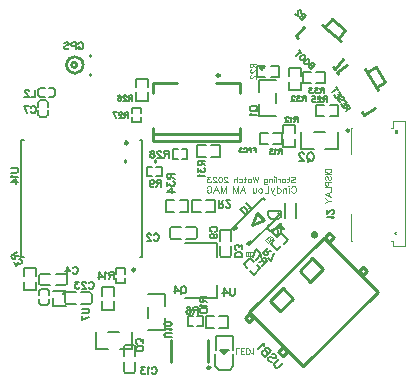
<source format=gbo>
G04 Layer: BottomSilkscreenLayer*
G04 EasyEDA v6.5.23, 2023-06-20 13:25:00*
G04 d9f535e9693744e2bd262e855d7d9790,c17a8ced473b4d519dda31697e0e54b6,10*
G04 Gerber Generator version 0.2*
G04 Scale: 100 percent, Rotated: No, Reflected: No *
G04 Dimensions in millimeters *
G04 leading zeros omitted , absolute positions ,4 integer and 5 decimal *
%FSLAX45Y45*%
%MOMM*%

%ADD10C,0.1524*%
%ADD11C,0.1270*%
%ADD12C,0.1016*%
%ADD13C,0.0889*%
%ADD14C,0.0500*%
%ADD15C,0.1000*%
%ADD16C,0.0500*%
%ADD17C,0.2540*%
%ADD18C,0.1250*%
%ADD19C,0.1520*%
%ADD20C,0.0100*%
%ADD21C,0.1500*%
%ADD22C,0.2500*%
%ADD23C,0.0125*%

%LPD*%
D10*
X557268Y508695D02*
G01*
X518172Y481322D01*
X557268Y508695D02*
G01*
X545536Y525452D01*
X539762Y529734D01*
X536597Y530291D01*
X531571Y529546D01*
X527847Y526940D01*
X525426Y522470D01*
X524868Y519305D01*
X526917Y512417D01*
X538650Y495660D01*
X529526Y508693D02*
G01*
X499920Y507385D01*
X530412Y547047D02*
G01*
X491317Y519673D01*
X530412Y547047D02*
G01*
X513466Y571251D01*
X511797Y534012D02*
G01*
X501368Y548906D01*
X491317Y519673D02*
G01*
X474370Y543874D01*
X481027Y605690D02*
G01*
X487359Y604575D01*
X493130Y600293D01*
X498345Y592846D01*
X500395Y585957D01*
X499277Y579628D01*
X495554Y577019D01*
X490527Y576275D01*
X487362Y576831D01*
X482894Y579252D01*
X471347Y587814D01*
X466879Y590235D01*
X463715Y590793D01*
X458688Y590047D01*
X453102Y586138D01*
X451985Y579805D01*
X454035Y572917D01*
X459249Y565470D01*
X465023Y561190D01*
X471352Y560072D01*
X478010Y621888D02*
G01*
X438914Y594514D01*
X478010Y621888D02*
G01*
X461063Y646092D01*
X459392Y608853D02*
G01*
X448962Y623747D01*
X438914Y594514D02*
G01*
X421967Y618716D01*
X443334Y671410D02*
G01*
X404238Y644034D01*
X452460Y658378D02*
G01*
X434210Y684441D01*
D11*
X405030Y-425894D02*
G01*
X407916Y-420121D01*
X416575Y-411462D01*
X355963Y-411462D01*
X402142Y-389526D02*
G01*
X405030Y-389526D01*
X410804Y-386638D01*
X413689Y-383753D01*
X416575Y-377979D01*
X416575Y-366435D01*
X413689Y-360662D01*
X410804Y-357776D01*
X405030Y-354888D01*
X399257Y-354888D01*
X393484Y-357776D01*
X384825Y-363550D01*
X355963Y-392412D01*
X355963Y-352003D01*
D12*
X55918Y-165747D02*
G01*
X58646Y-160291D01*
X64099Y-154838D01*
X69555Y-152110D01*
X80464Y-152110D01*
X85918Y-154838D01*
X91373Y-160291D01*
X94099Y-165747D01*
X96827Y-173929D01*
X96827Y-187566D01*
X94099Y-195747D01*
X91373Y-201201D01*
X85918Y-206656D01*
X80464Y-209384D01*
X69555Y-209384D01*
X64099Y-206656D01*
X58646Y-201201D01*
X55918Y-195747D01*
X37917Y-152110D02*
G01*
X35191Y-154838D01*
X32463Y-152110D01*
X35191Y-149385D01*
X37917Y-152110D01*
X35191Y-171201D02*
G01*
X35191Y-209384D01*
X14462Y-171201D02*
G01*
X14462Y-209384D01*
X14462Y-182110D02*
G01*
X6281Y-173929D01*
X828Y-171201D01*
X-7353Y-171201D01*
X-12809Y-173929D01*
X-15537Y-182110D01*
X-15537Y-209384D01*
X-66263Y-152110D02*
G01*
X-66263Y-209384D01*
X-66263Y-179384D02*
G01*
X-60807Y-173929D01*
X-55354Y-171201D01*
X-47172Y-171201D01*
X-41716Y-173929D01*
X-36263Y-179384D01*
X-33535Y-187566D01*
X-33535Y-193019D01*
X-36263Y-201201D01*
X-41716Y-206656D01*
X-47172Y-209384D01*
X-55354Y-209384D01*
X-60807Y-206656D01*
X-66263Y-201201D01*
X-86989Y-171201D02*
G01*
X-103355Y-209384D01*
X-119717Y-171201D02*
G01*
X-103355Y-209384D01*
X-97899Y-220291D01*
X-92445Y-225747D01*
X-86989Y-228475D01*
X-84261Y-228475D01*
X-137718Y-152110D02*
G01*
X-137718Y-209384D01*
X-137718Y-209384D02*
G01*
X-170444Y-209384D01*
X-202082Y-171201D02*
G01*
X-196626Y-173929D01*
X-191173Y-179384D01*
X-188445Y-187566D01*
X-188445Y-193019D01*
X-191173Y-201201D01*
X-196626Y-206656D01*
X-202082Y-209384D01*
X-210263Y-209384D01*
X-215717Y-206656D01*
X-221173Y-201201D01*
X-223898Y-193019D01*
X-223898Y-187566D01*
X-221173Y-179384D01*
X-215717Y-173929D01*
X-210263Y-171201D01*
X-202082Y-171201D01*
X-241899Y-171201D02*
G01*
X-241899Y-198475D01*
X-244627Y-206656D01*
X-250080Y-209384D01*
X-258262Y-209384D01*
X-263718Y-206656D01*
X-271899Y-198475D01*
X-271899Y-171201D02*
G01*
X-271899Y-209384D01*
X-353717Y-152110D02*
G01*
X-331899Y-209384D01*
X-353717Y-152110D02*
G01*
X-375536Y-209384D01*
X-340080Y-190291D02*
G01*
X-367352Y-190291D01*
X-393534Y-152110D02*
G01*
X-393534Y-209384D01*
X-393534Y-152110D02*
G01*
X-415353Y-209384D01*
X-437172Y-152110D02*
G01*
X-415353Y-209384D01*
X-437172Y-152110D02*
G01*
X-437172Y-209384D01*
X-497171Y-152110D02*
G01*
X-497171Y-209384D01*
X-497171Y-152110D02*
G01*
X-518990Y-209384D01*
X-540806Y-152110D02*
G01*
X-518990Y-209384D01*
X-540806Y-152110D02*
G01*
X-540806Y-209384D01*
X-580626Y-152110D02*
G01*
X-558807Y-209384D01*
X-580626Y-152110D02*
G01*
X-602444Y-209384D01*
X-566988Y-190291D02*
G01*
X-594260Y-190291D01*
X-661352Y-165747D02*
G01*
X-658624Y-160291D01*
X-653171Y-154838D01*
X-647717Y-152110D01*
X-636808Y-152110D01*
X-631352Y-154838D01*
X-625899Y-160291D01*
X-623171Y-165747D01*
X-620443Y-173929D01*
X-620443Y-187566D01*
X-623171Y-195747D01*
X-625899Y-201201D01*
X-631352Y-206656D01*
X-636808Y-209384D01*
X-647717Y-209384D01*
X-653171Y-206656D01*
X-658624Y-201201D01*
X-661352Y-195747D01*
X-661352Y-187566D01*
X-647717Y-187566D02*
G01*
X-661352Y-187566D01*
D13*
X55389Y-80248D02*
G01*
X59961Y-75674D01*
X66819Y-73134D01*
X76217Y-73134D01*
X83075Y-75674D01*
X87647Y-80246D01*
X87647Y-84818D01*
X85361Y-89390D01*
X83075Y-91676D01*
X78503Y-93962D01*
X64531Y-98534D01*
X59961Y-101074D01*
X57675Y-103360D01*
X55389Y-107932D01*
X55389Y-114790D01*
X59961Y-119362D01*
X66819Y-121648D01*
X76217Y-121648D01*
X83075Y-119364D01*
X87647Y-114790D01*
X33291Y-73134D02*
G01*
X33289Y-112504D01*
X31005Y-119362D01*
X26179Y-121648D01*
X21607Y-121648D01*
X40149Y-89390D02*
G01*
X23893Y-89390D01*
X-21318Y-89390D02*
G01*
X-21318Y-121648D01*
X-21318Y-96248D02*
G01*
X-16746Y-91676D01*
X-12174Y-89390D01*
X-5062Y-89390D01*
X-492Y-91676D01*
X4081Y-96248D01*
X6367Y-103360D01*
X6367Y-107932D01*
X4081Y-114790D01*
X-490Y-119362D01*
X-5064Y-121648D01*
X-12174Y-121648D01*
X-16748Y-119362D01*
X-21318Y-114790D01*
X-36558Y-89390D02*
G01*
X-36560Y-121648D01*
X-36558Y-103360D02*
G01*
X-38844Y-96248D01*
X-43418Y-91676D01*
X-47988Y-89390D01*
X-55100Y-89390D01*
X-70340Y-73134D02*
G01*
X-70340Y-121648D01*
X-85582Y-73134D02*
G01*
X-87868Y-75674D01*
X-90152Y-73134D01*
X-87866Y-70848D01*
X-85582Y-73134D01*
X-87868Y-89390D02*
G01*
X-87866Y-121648D01*
X-105394Y-89390D02*
G01*
X-105392Y-121648D01*
X-105394Y-98534D02*
G01*
X-112250Y-91678D01*
X-116824Y-89390D01*
X-123934Y-89390D01*
X-128506Y-91676D01*
X-130794Y-98534D01*
X-130792Y-121648D01*
X-173718Y-89390D02*
G01*
X-173718Y-126474D01*
X-171432Y-133332D01*
X-169148Y-135618D01*
X-164574Y-137904D01*
X-157462Y-137904D01*
X-152890Y-135618D01*
X-173718Y-96245D02*
G01*
X-169148Y-91676D01*
X-164576Y-89390D01*
X-157462Y-89390D01*
X-152890Y-91676D01*
X-148318Y-96248D01*
X-146032Y-103360D01*
X-146032Y-107934D01*
X-148320Y-114790D01*
X-152892Y-119362D01*
X-157462Y-121648D01*
X-164576Y-121648D01*
X-169146Y-119362D01*
X-173718Y-114790D01*
X-224518Y-73134D02*
G01*
X-235950Y-121648D01*
X-247632Y-73134D02*
G01*
X-235950Y-121648D01*
X-247632Y-73134D02*
G01*
X-259062Y-121648D01*
X-270746Y-73134D02*
G01*
X-259062Y-121648D01*
X-313672Y-89390D02*
G01*
X-313672Y-121648D01*
X-313672Y-96248D02*
G01*
X-309100Y-91676D01*
X-304274Y-89390D01*
X-297416Y-89390D01*
X-292846Y-91676D01*
X-288272Y-96248D01*
X-285986Y-103360D01*
X-285986Y-107932D01*
X-288272Y-114790D01*
X-292844Y-119362D01*
X-297416Y-121645D01*
X-304276Y-121648D01*
X-309102Y-119362D01*
X-313672Y-114790D01*
X-335772Y-73134D02*
G01*
X-335770Y-112504D01*
X-338058Y-119362D01*
X-342628Y-121648D01*
X-347456Y-121648D01*
X-328912Y-89390D02*
G01*
X-344914Y-89390D01*
X-390382Y-96248D02*
G01*
X-385554Y-91676D01*
X-380984Y-89390D01*
X-374124Y-89390D01*
X-369552Y-91676D01*
X-364980Y-96245D01*
X-362694Y-103360D01*
X-362696Y-107932D01*
X-364980Y-114790D01*
X-369554Y-119362D01*
X-374124Y-121648D01*
X-380982Y-121648D01*
X-385556Y-119362D01*
X-390380Y-114790D01*
X-405622Y-73134D02*
G01*
X-405620Y-121648D01*
X-405622Y-98534D02*
G01*
X-412478Y-91678D01*
X-417052Y-89390D01*
X-423908Y-89390D01*
X-428734Y-91676D01*
X-431022Y-98534D01*
X-431020Y-121648D01*
X-484108Y-84818D02*
G01*
X-484106Y-82532D01*
X-486394Y-77960D01*
X-488678Y-75674D01*
X-493250Y-73134D01*
X-502394Y-73134D01*
X-507220Y-75674D01*
X-509506Y-77960D01*
X-511794Y-82532D01*
X-511794Y-87104D01*
X-509506Y-91676D01*
X-504934Y-98534D01*
X-481820Y-121645D01*
X-514080Y-121648D01*
X-543036Y-73134D02*
G01*
X-536176Y-75674D01*
X-531604Y-82532D01*
X-529320Y-93962D01*
X-529320Y-101074D01*
X-531604Y-112504D01*
X-536176Y-119362D01*
X-543036Y-121648D01*
X-547860Y-121648D01*
X-554718Y-119362D01*
X-559292Y-112504D01*
X-561576Y-101074D01*
X-561576Y-93962D01*
X-559292Y-82532D01*
X-554718Y-75674D01*
X-547860Y-73134D01*
X-543036Y-73134D01*
X-579104Y-84818D02*
G01*
X-579102Y-82532D01*
X-581388Y-77960D01*
X-583674Y-75674D01*
X-588500Y-73134D01*
X-597644Y-73134D01*
X-602218Y-75674D01*
X-604502Y-77960D01*
X-606790Y-82532D01*
X-606788Y-87104D01*
X-604504Y-91676D01*
X-599930Y-98534D01*
X-576816Y-121648D01*
X-609076Y-121648D01*
X-629140Y-73134D02*
G01*
X-654542Y-73134D01*
X-640572Y-91676D01*
X-647430Y-91676D01*
X-652256Y-93962D01*
X-654542Y-96248D01*
X-656826Y-103360D01*
X-656828Y-107932D01*
X-654542Y-114790D01*
X-649716Y-119362D01*
X-642856Y-121648D01*
X-636000Y-121648D01*
X-629140Y-119362D01*
X-626854Y-117076D01*
X-624316Y-112504D01*
D10*
X253037Y874641D02*
G01*
X221099Y839172D01*
X253037Y874641D02*
G01*
X237835Y888326D01*
X231249Y891199D01*
X228038Y891031D01*
X223306Y889175D01*
X220266Y885797D01*
X218914Y880899D01*
X219082Y877689D01*
X222628Y871438D01*
X237827Y857750D02*
G01*
X222628Y871438D01*
X216039Y874311D01*
X212831Y874143D01*
X208099Y872286D01*
X203537Y867219D01*
X202186Y862319D01*
X202354Y859111D01*
X205900Y852858D01*
X221099Y839172D01*
X208109Y915093D02*
G01*
X209966Y910361D01*
X210304Y903942D01*
X208950Y899043D01*
X206077Y892456D01*
X198473Y884011D01*
X192222Y880465D01*
X187492Y878608D01*
X181074Y878271D01*
X176174Y879624D01*
X169418Y885708D01*
X167561Y890437D01*
X167225Y896856D01*
X168577Y901755D01*
X171450Y908344D01*
X179054Y916787D01*
X185305Y920333D01*
X190035Y922192D01*
X196456Y922528D01*
X201353Y921176D01*
X208109Y915093D01*
X169938Y949462D02*
G01*
X171795Y944730D01*
X172133Y938311D01*
X170779Y933411D01*
X167906Y926825D01*
X160304Y918380D01*
X154051Y914834D01*
X149321Y912977D01*
X142902Y912639D01*
X138003Y913993D01*
X131246Y920076D01*
X129390Y924806D01*
X129054Y931227D01*
X130406Y936124D01*
X133278Y942713D01*
X140883Y951156D01*
X147134Y954704D01*
X151866Y956561D01*
X158285Y956896D01*
X163182Y955545D01*
X169938Y949462D01*
X130081Y985352D02*
G01*
X98143Y949883D01*
X141902Y974707D02*
G01*
X118257Y995997D01*
X-245874Y171668D02*
G01*
X-245874Y133487D01*
X-245874Y171668D02*
G01*
X-269511Y171668D01*
X-245874Y153487D02*
G01*
X-260421Y153487D01*
X-281510Y171668D02*
G01*
X-281510Y133487D01*
X-281510Y171668D02*
G01*
X-297874Y171668D01*
X-303329Y169849D01*
X-305147Y168033D01*
X-306964Y164396D01*
X-306964Y158940D01*
X-305147Y155305D01*
X-303329Y153487D01*
X-297874Y151668D01*
X-281510Y151668D01*
X-346237Y162577D02*
G01*
X-344418Y166215D01*
X-340784Y169849D01*
X-337146Y171668D01*
X-329874Y171668D01*
X-326237Y169849D01*
X-322602Y166215D01*
X-320784Y162577D01*
X-318965Y157124D01*
X-318965Y148033D01*
X-320784Y142577D01*
X-322602Y138940D01*
X-326237Y135305D01*
X-329874Y133487D01*
X-337146Y133487D01*
X-340784Y135305D01*
X-344418Y138940D01*
X-346237Y142577D01*
X-361874Y171668D02*
G01*
X-381873Y171668D01*
X-370964Y157124D01*
X-376420Y157124D01*
X-380055Y155305D01*
X-381873Y153487D01*
X-383692Y148033D01*
X-383692Y144396D01*
X-381873Y138940D01*
X-378239Y135305D01*
X-372783Y133487D01*
X-367329Y133487D01*
X-361874Y135305D01*
X-360055Y137124D01*
X-358239Y140759D01*
D11*
X-1748904Y1050150D02*
G01*
X-1746018Y1055923D01*
X-1740245Y1061697D01*
X-1734474Y1064582D01*
X-1722927Y1064582D01*
X-1717154Y1061697D01*
X-1711383Y1055923D01*
X-1708495Y1050150D01*
X-1705609Y1041491D01*
X-1705609Y1027061D01*
X-1708495Y1018400D01*
X-1711383Y1012629D01*
X-1717154Y1006856D01*
X-1722927Y1003970D01*
X-1734474Y1003970D01*
X-1740245Y1006856D01*
X-1746018Y1012629D01*
X-1748904Y1018400D01*
X-1748904Y1027061D01*
X-1734474Y1027061D02*
G01*
X-1748904Y1027061D01*
X-1767954Y1064582D02*
G01*
X-1767954Y1003970D01*
X-1767954Y1064582D02*
G01*
X-1793933Y1064582D01*
X-1802592Y1061697D01*
X-1805477Y1058811D01*
X-1808365Y1053038D01*
X-1808365Y1044379D01*
X-1805477Y1038606D01*
X-1802592Y1035720D01*
X-1793933Y1032832D01*
X-1767954Y1032832D01*
X-1867824Y1055923D02*
G01*
X-1862051Y1061697D01*
X-1853392Y1064582D01*
X-1841845Y1064582D01*
X-1833186Y1061697D01*
X-1827415Y1055923D01*
X-1827415Y1050150D01*
X-1830301Y1044379D01*
X-1833186Y1041491D01*
X-1838959Y1038606D01*
X-1856277Y1032832D01*
X-1862051Y1029947D01*
X-1864936Y1027061D01*
X-1867824Y1021288D01*
X-1867824Y1012629D01*
X-1862051Y1006856D01*
X-1853392Y1003970D01*
X-1841845Y1003970D01*
X-1833186Y1006856D01*
X-1827415Y1012629D01*
X-14516Y-1648381D02*
G01*
X-51252Y-1685117D01*
X-61048Y-1690016D01*
X-70845Y-1690016D01*
X-80642Y-1685117D01*
X-85542Y-1680220D01*
X-90439Y-1670423D01*
X-90439Y-1660626D01*
X-85542Y-1650829D01*
X-48803Y-1614093D01*
X-106603Y-1570987D02*
G01*
X-96807Y-1570987D01*
X-87010Y-1575887D01*
X-77213Y-1585681D01*
X-72316Y-1595478D01*
X-72316Y-1605274D01*
X-77213Y-1610174D01*
X-84561Y-1612623D01*
X-89461Y-1612623D01*
X-96807Y-1610174D01*
X-116400Y-1600377D01*
X-123748Y-1597929D01*
X-128645Y-1597929D01*
X-135994Y-1600377D01*
X-143342Y-1607726D01*
X-143342Y-1617522D01*
X-138442Y-1627319D01*
X-128645Y-1637113D01*
X-118849Y-1642013D01*
X-109052Y-1642013D01*
X-115420Y-1547474D02*
G01*
X-166852Y-1598907D01*
X-115420Y-1547474D02*
G01*
X-137464Y-1525432D01*
X-147261Y-1520535D01*
X-152158Y-1520535D01*
X-159506Y-1522984D01*
X-164404Y-1527883D01*
X-166852Y-1535229D01*
X-166852Y-1540128D01*
X-161955Y-1549925D01*
X-139913Y-1571967D02*
G01*
X-161955Y-1549925D01*
X-171752Y-1545026D01*
X-176649Y-1545026D01*
X-183997Y-1547474D01*
X-191345Y-1554822D01*
X-193794Y-1562171D01*
X-193794Y-1567068D01*
X-188897Y-1576865D01*
X-166852Y-1598907D01*
X-175671Y-1506819D02*
G01*
X-178120Y-1499471D01*
X-178120Y-1484777D01*
X-229552Y-1536209D01*
D14*
X343562Y-8176D02*
G01*
X391289Y-8176D01*
X343562Y-8176D02*
G01*
X343562Y-24084D01*
X345836Y-30904D01*
X350380Y-35448D01*
X354926Y-37721D01*
X361744Y-39994D01*
X373108Y-39994D01*
X379925Y-37721D01*
X384472Y-35448D01*
X389018Y-30904D01*
X391289Y-24084D01*
X391289Y-8176D01*
X343562Y-54993D02*
G01*
X391289Y-54993D01*
X350380Y-101813D02*
G01*
X345836Y-97266D01*
X343562Y-90449D01*
X343562Y-81358D01*
X345836Y-74538D01*
X350380Y-69994D01*
X354926Y-69994D01*
X359470Y-72268D01*
X361744Y-74538D01*
X364017Y-79085D01*
X368564Y-92722D01*
X370834Y-97266D01*
X373108Y-99540D01*
X377654Y-101813D01*
X384472Y-101813D01*
X389018Y-97266D01*
X391289Y-90449D01*
X391289Y-81358D01*
X389018Y-74538D01*
X384472Y-69994D01*
X343562Y-116812D02*
G01*
X391289Y-116812D01*
X343562Y-116812D02*
G01*
X343562Y-137266D01*
X345836Y-144084D01*
X348109Y-146357D01*
X352653Y-148630D01*
X359470Y-148630D01*
X364017Y-146357D01*
X366290Y-144084D01*
X368564Y-137266D01*
X368564Y-116812D01*
X343562Y-163629D02*
G01*
X391289Y-163629D01*
X391289Y-163629D02*
G01*
X391289Y-190903D01*
X343562Y-224083D02*
G01*
X391289Y-205902D01*
X343562Y-224083D02*
G01*
X391289Y-242267D01*
X375381Y-212722D02*
G01*
X375381Y-235447D01*
X343562Y-257266D02*
G01*
X366290Y-275447D01*
X391289Y-275447D01*
X343562Y-293629D02*
G01*
X366290Y-275447D01*
D15*
X932180Y325493D02*
G01*
X951230Y312793D01*
X932180Y312793D02*
G01*
X951230Y325493D01*
X932180Y306697D02*
G01*
X951230Y293997D01*
X932180Y293997D02*
G01*
X951230Y306697D01*
D16*
X922274Y-551812D02*
G01*
X941324Y-544446D01*
X922274Y-551812D02*
G01*
X941324Y-559178D01*
X934974Y-547240D02*
G01*
X934974Y-556384D01*
D10*
X-138229Y-360616D02*
G01*
X-29263Y-360616D01*
X-138229Y-360616D02*
G01*
X-138229Y-396938D01*
X-133149Y-412686D01*
X-122735Y-422846D01*
X-112321Y-428180D01*
X-96573Y-433260D01*
X-70665Y-433260D01*
X-55171Y-428180D01*
X-44757Y-422846D01*
X-34343Y-412686D01*
X-29263Y-396938D01*
X-29263Y-360616D01*
X-112321Y-472884D02*
G01*
X-117401Y-472884D01*
X-127815Y-477964D01*
X-133149Y-483298D01*
X-138229Y-493712D01*
X-138229Y-514286D01*
X-133149Y-524700D01*
X-127815Y-530034D01*
X-117401Y-535114D01*
X-106987Y-535114D01*
X-96573Y-530034D01*
X-81079Y-519620D01*
X-29263Y-467550D01*
X-29263Y-540448D01*
D11*
X-73593Y-573976D02*
G01*
X-113832Y-529285D01*
X-73593Y-573976D02*
G01*
X-58696Y-560562D01*
X-54228Y-552686D01*
X-53804Y-544598D01*
X-55509Y-538426D01*
X-59128Y-530125D01*
X-68709Y-519485D01*
X-76586Y-515018D01*
X-82547Y-512676D01*
X-90634Y-512251D01*
X-98935Y-515873D01*
X-113832Y-529285D01*
X-8473Y-515343D02*
G01*
X-56581Y-504710D01*
X-24658Y-475968D01*
X-8473Y-515343D02*
G01*
X-48712Y-470651D01*
X-335846Y-392361D02*
G01*
X-378368Y-349839D01*
X-335846Y-392361D02*
G01*
X-321673Y-378185D01*
X-317621Y-370088D01*
X-317621Y-361988D01*
X-319648Y-355912D01*
X-323697Y-347812D01*
X-333822Y-337687D01*
X-341922Y-333639D01*
X-347995Y-331614D01*
X-356095Y-331614D01*
X-364195Y-335663D01*
X-378368Y-349839D01*
X-302234Y-342549D02*
G01*
X-296158Y-340525D01*
X-284010Y-340525D01*
X-326532Y-298000D01*
X-360151Y-752030D02*
G01*
X-420288Y-752030D01*
X-360151Y-752030D02*
G01*
X-360151Y-731984D01*
X-363016Y-723394D01*
X-368744Y-717666D01*
X-374469Y-714804D01*
X-383062Y-711939D01*
X-397380Y-711939D01*
X-405970Y-714804D01*
X-411698Y-717666D01*
X-417426Y-723394D01*
X-420288Y-731984D01*
X-420288Y-752030D01*
X-360151Y-687311D02*
G01*
X-360151Y-655812D01*
X-383062Y-672993D01*
X-383062Y-664403D01*
X-385925Y-658675D01*
X-388790Y-655812D01*
X-397380Y-652947D01*
X-403108Y-652947D01*
X-411698Y-655812D01*
X-417426Y-661540D01*
X-420288Y-670130D01*
X-420288Y-678721D01*
X-417426Y-687311D01*
X-414561Y-690176D01*
X-408833Y-693038D01*
X-21597Y163355D02*
G01*
X-21597Y115628D01*
X-21597Y163355D02*
G01*
X-42052Y163355D01*
X-48869Y161081D01*
X-51142Y158808D01*
X-53416Y154264D01*
X-53416Y149717D01*
X-51142Y145173D01*
X-48869Y142900D01*
X-42052Y140627D01*
X-21597Y140627D01*
X-37505Y140627D02*
G01*
X-53416Y115628D01*
X-68414Y154264D02*
G01*
X-72961Y156537D01*
X-79778Y163355D01*
X-79778Y115628D01*
X-99324Y163355D02*
G01*
X-124325Y163355D01*
X-110688Y145173D01*
X-117505Y145173D01*
X-122052Y142900D01*
X-124325Y140627D01*
X-126596Y133809D01*
X-126596Y129263D01*
X-124325Y122445D01*
X-119778Y117899D01*
X-112961Y115628D01*
X-106144Y115628D01*
X-99324Y117899D01*
X-97050Y120172D01*
X-94780Y124719D01*
D10*
X180047Y1290817D02*
G01*
X149369Y1254257D01*
X180047Y1290817D02*
G01*
X164378Y1303964D01*
X157695Y1306606D01*
X154492Y1306327D01*
X149832Y1304305D01*
X146908Y1300822D01*
X145727Y1295880D01*
X146009Y1292679D01*
X149771Y1286555D01*
X165440Y1273406D02*
G01*
X149771Y1286555D01*
X143085Y1289197D01*
X139885Y1288915D01*
X135221Y1286896D01*
X130840Y1281671D01*
X129659Y1276728D01*
X129938Y1273528D01*
X133700Y1267404D01*
X149369Y1254257D01*
X135138Y1313667D02*
G01*
X136598Y1315407D01*
X137779Y1320350D01*
X137500Y1323553D01*
X135478Y1328214D01*
X128513Y1334058D01*
X123571Y1335239D01*
X120370Y1334960D01*
X115707Y1332938D01*
X112786Y1329456D01*
X111605Y1324513D01*
X110703Y1316367D01*
X113504Y1284351D01*
X89131Y1304803D01*
D11*
X-2318125Y-444D02*
G01*
X-2274831Y-444D01*
X-2266172Y-3329D01*
X-2260399Y-9103D01*
X-2257513Y-17762D01*
X-2257513Y-23535D01*
X-2260399Y-32194D01*
X-2266172Y-37967D01*
X-2274831Y-40853D01*
X-2318125Y-40853D01*
X-2306581Y-59903D02*
G01*
X-2309467Y-65676D01*
X-2318125Y-74335D01*
X-2257513Y-74335D01*
X-2318125Y-122250D02*
G01*
X-2277717Y-93385D01*
X-2277717Y-136679D01*
X-2318125Y-122250D02*
G01*
X-2257513Y-122250D01*
D15*
X-415495Y-1574492D02*
G01*
X-415495Y-1526766D01*
X-415495Y-1526766D02*
G01*
X-388223Y-1526766D01*
X-373222Y-1574492D02*
G01*
X-373222Y-1526766D01*
X-373222Y-1574492D02*
G01*
X-343677Y-1574492D01*
X-373222Y-1551764D02*
G01*
X-355041Y-1551764D01*
X-373222Y-1526766D02*
G01*
X-343677Y-1526766D01*
X-328678Y-1574492D02*
G01*
X-328678Y-1526766D01*
X-328678Y-1574492D02*
G01*
X-312767Y-1574492D01*
X-305950Y-1572219D01*
X-301404Y-1567675D01*
X-299133Y-1563128D01*
X-296859Y-1556311D01*
X-296859Y-1544947D01*
X-299133Y-1538130D01*
X-301404Y-1533583D01*
X-305950Y-1529036D01*
X-312767Y-1526766D01*
X-328678Y-1526766D01*
X-281858Y-1565402D02*
G01*
X-277314Y-1567675D01*
X-270497Y-1574492D01*
X-270497Y-1526766D01*
D11*
X-617387Y-538784D02*
G01*
X-623161Y-535899D01*
X-628934Y-530125D01*
X-631819Y-524355D01*
X-631819Y-512808D01*
X-628934Y-507034D01*
X-623161Y-501263D01*
X-617387Y-498375D01*
X-608728Y-495490D01*
X-594299Y-495490D01*
X-585637Y-498375D01*
X-579866Y-501263D01*
X-574093Y-507034D01*
X-571207Y-512808D01*
X-571207Y-524355D01*
X-574093Y-530125D01*
X-579866Y-535899D01*
X-585637Y-538784D01*
X-611616Y-595358D02*
G01*
X-602957Y-592472D01*
X-597184Y-586699D01*
X-594299Y-578040D01*
X-594299Y-575155D01*
X-597184Y-566496D01*
X-602957Y-560722D01*
X-611616Y-557834D01*
X-614502Y-557834D01*
X-623161Y-560722D01*
X-628934Y-566496D01*
X-631819Y-575155D01*
X-631819Y-578040D01*
X-628934Y-586699D01*
X-623161Y-592472D01*
X-611616Y-595358D01*
X-597184Y-595358D01*
X-582752Y-592472D01*
X-574093Y-586699D01*
X-571207Y-578040D01*
X-571207Y-572267D01*
X-574093Y-563608D01*
X-579866Y-560722D01*
X-1046787Y-101467D02*
G01*
X-1046787Y-162079D01*
X-1046787Y-101467D02*
G01*
X-1072763Y-101467D01*
X-1081422Y-104353D01*
X-1084310Y-107238D01*
X-1087196Y-113012D01*
X-1087196Y-118785D01*
X-1084310Y-124559D01*
X-1081422Y-127444D01*
X-1072763Y-130329D01*
X-1046787Y-130329D01*
X-1066993Y-130329D02*
G01*
X-1087196Y-162079D01*
X-1143769Y-121671D02*
G01*
X-1140881Y-130329D01*
X-1135110Y-136103D01*
X-1126451Y-138988D01*
X-1123563Y-138988D01*
X-1114905Y-136103D01*
X-1109131Y-130329D01*
X-1106246Y-121671D01*
X-1106246Y-118785D01*
X-1109131Y-110126D01*
X-1114905Y-104353D01*
X-1123563Y-101467D01*
X-1126451Y-101467D01*
X-1135110Y-104353D01*
X-1140881Y-110126D01*
X-1143769Y-121671D01*
X-1143769Y-136103D01*
X-1140881Y-150535D01*
X-1135110Y-159194D01*
X-1126451Y-162079D01*
X-1120678Y-162079D01*
X-1112019Y-159194D01*
X-1109131Y-153421D01*
X108912Y434058D02*
G01*
X108912Y386331D01*
X108912Y434058D02*
G01*
X88458Y434058D01*
X81640Y431784D01*
X79367Y429511D01*
X77094Y424967D01*
X77094Y420420D01*
X79367Y415876D01*
X81640Y413603D01*
X88458Y411330D01*
X108912Y411330D01*
X93004Y411330D02*
G01*
X77094Y386331D01*
X62095Y424967D02*
G01*
X57548Y427240D01*
X50731Y434058D01*
X50731Y386331D01*
X33459Y422694D02*
G01*
X33459Y424967D01*
X31186Y429511D01*
X28912Y431784D01*
X24366Y434058D01*
X15275Y434058D01*
X10731Y431784D01*
X8458Y429511D01*
X6184Y424967D01*
X6184Y420420D01*
X8458Y415876D01*
X13004Y409056D01*
X35730Y386331D01*
X3912Y386331D01*
X356181Y606143D02*
G01*
X356181Y558416D01*
X356181Y606143D02*
G01*
X335727Y606143D01*
X328909Y603869D01*
X326636Y601596D01*
X324363Y597052D01*
X324363Y592505D01*
X326636Y587961D01*
X328909Y585688D01*
X335727Y583415D01*
X356181Y583415D01*
X340273Y583415D02*
G01*
X324363Y558416D01*
X307091Y594779D02*
G01*
X307091Y597052D01*
X304817Y601596D01*
X302544Y603869D01*
X298000Y606143D01*
X288909Y606143D01*
X284363Y603869D01*
X282089Y601596D01*
X279819Y597052D01*
X279819Y592505D01*
X282089Y587961D01*
X286636Y581141D01*
X309364Y558416D01*
X277545Y558416D01*
X235272Y606143D02*
G01*
X258000Y606143D01*
X260273Y585688D01*
X258000Y587961D01*
X251180Y590235D01*
X244363Y590235D01*
X237545Y587961D01*
X232999Y583415D01*
X230728Y576597D01*
X230728Y572051D01*
X232999Y565233D01*
X237545Y560687D01*
X244363Y558416D01*
X251180Y558416D01*
X258000Y560687D01*
X260273Y562960D01*
X262544Y567507D01*
X-1289494Y614286D02*
G01*
X-1289494Y566559D01*
X-1289494Y614286D02*
G01*
X-1309949Y614286D01*
X-1316766Y612013D01*
X-1319039Y609739D01*
X-1321313Y605195D01*
X-1321313Y600649D01*
X-1319039Y596104D01*
X-1316766Y593831D01*
X-1309949Y591558D01*
X-1289494Y591558D01*
X-1305402Y591558D02*
G01*
X-1321313Y566559D01*
X-1338585Y602922D02*
G01*
X-1338585Y605195D01*
X-1340858Y609739D01*
X-1343131Y612013D01*
X-1347675Y614286D01*
X-1356766Y614286D01*
X-1361312Y612013D01*
X-1363586Y609739D01*
X-1365857Y605195D01*
X-1365857Y600649D01*
X-1363586Y596104D01*
X-1359039Y589285D01*
X-1336311Y566559D01*
X-1368130Y566559D01*
X-1410403Y607468D02*
G01*
X-1408130Y612013D01*
X-1401312Y614286D01*
X-1396766Y614286D01*
X-1389948Y612013D01*
X-1385402Y605195D01*
X-1383131Y593831D01*
X-1383131Y582467D01*
X-1385402Y573377D01*
X-1389948Y568831D01*
X-1396766Y566559D01*
X-1399039Y566559D01*
X-1405856Y568831D01*
X-1410403Y573377D01*
X-1412676Y580194D01*
X-1412676Y582467D01*
X-1410403Y589285D01*
X-1405856Y593831D01*
X-1399039Y596104D01*
X-1396766Y596104D01*
X-1389948Y593831D01*
X-1385402Y589285D01*
X-1383131Y582467D01*
X-1326832Y471030D02*
G01*
X-1326832Y423303D01*
X-1326832Y471030D02*
G01*
X-1347287Y471030D01*
X-1354104Y468756D01*
X-1356377Y466483D01*
X-1358651Y461939D01*
X-1358651Y457393D01*
X-1356377Y452848D01*
X-1354104Y450575D01*
X-1347287Y448302D01*
X-1326832Y448302D01*
X-1342740Y448302D02*
G01*
X-1358651Y423303D01*
X-1375923Y459666D02*
G01*
X-1375923Y461939D01*
X-1378196Y466483D01*
X-1380469Y468756D01*
X-1385013Y471030D01*
X-1394104Y471030D01*
X-1398650Y468756D01*
X-1400924Y466483D01*
X-1403195Y461939D01*
X-1403195Y457393D01*
X-1400924Y452848D01*
X-1396377Y446029D01*
X-1373649Y423303D01*
X-1405468Y423303D01*
X-1452285Y471030D02*
G01*
X-1429560Y423303D01*
X-1420469Y471030D02*
G01*
X-1452285Y471030D01*
X-981509Y146944D02*
G01*
X-981509Y86332D01*
X-981509Y146944D02*
G01*
X-1007485Y146944D01*
X-1016144Y144058D01*
X-1019032Y141173D01*
X-1021918Y135399D01*
X-1021918Y129626D01*
X-1019032Y123852D01*
X-1016144Y120967D01*
X-1007485Y118082D01*
X-981509Y118082D01*
X-1001715Y118082D02*
G01*
X-1021918Y86332D01*
X-1043853Y132511D02*
G01*
X-1043853Y135399D01*
X-1046741Y141173D01*
X-1049627Y144058D01*
X-1055400Y146944D01*
X-1066944Y146944D01*
X-1072718Y144058D01*
X-1075603Y141173D01*
X-1078491Y135399D01*
X-1078491Y129626D01*
X-1075603Y123852D01*
X-1069832Y115194D01*
X-1040968Y86332D01*
X-1081377Y86332D01*
X-1114859Y146944D02*
G01*
X-1106200Y144058D01*
X-1103315Y138285D01*
X-1103315Y132511D01*
X-1106200Y126740D01*
X-1111973Y123852D01*
X-1123518Y120967D01*
X-1132177Y118082D01*
X-1137950Y112308D01*
X-1140835Y106535D01*
X-1140835Y97876D01*
X-1137950Y92102D01*
X-1135065Y89217D01*
X-1126403Y86332D01*
X-1114859Y86332D01*
X-1106200Y89217D01*
X-1103315Y92102D01*
X-1100427Y97876D01*
X-1100427Y106535D01*
X-1103315Y112308D01*
X-1109085Y118082D01*
X-1117744Y120967D01*
X-1129291Y123852D01*
X-1135065Y126740D01*
X-1137950Y132511D01*
X-1137950Y138285D01*
X-1135065Y144058D01*
X-1126403Y146944D01*
X-1114859Y146944D01*
X182689Y612000D02*
G01*
X182689Y564273D01*
X182689Y612000D02*
G01*
X162234Y612000D01*
X155417Y609727D01*
X153144Y607453D01*
X150870Y602909D01*
X150870Y598363D01*
X153144Y593818D01*
X155417Y591545D01*
X162234Y589272D01*
X182689Y589272D01*
X166781Y589272D02*
G01*
X150870Y564273D01*
X131325Y612000D02*
G01*
X106326Y612000D01*
X119961Y593818D01*
X113144Y593818D01*
X108597Y591545D01*
X106326Y589272D01*
X104053Y582455D01*
X104053Y577908D01*
X106326Y571091D01*
X110871Y566544D01*
X117688Y564273D01*
X124508Y564273D01*
X131325Y566544D01*
X133598Y568817D01*
X135872Y573364D01*
X86781Y600636D02*
G01*
X86781Y602909D01*
X84508Y607453D01*
X82235Y609727D01*
X77688Y612000D01*
X68597Y612000D01*
X64053Y609727D01*
X61780Y607453D01*
X59507Y602909D01*
X59507Y598363D01*
X61780Y593818D01*
X66327Y586999D01*
X89052Y564273D01*
X57236Y564273D01*
X-992880Y-53657D02*
G01*
X-932268Y-53657D01*
X-992880Y-53657D02*
G01*
X-992880Y-79634D01*
X-989995Y-88292D01*
X-987110Y-91180D01*
X-981336Y-94066D01*
X-975563Y-94066D01*
X-969789Y-91180D01*
X-966904Y-88292D01*
X-964018Y-79634D01*
X-964018Y-53657D01*
X-964018Y-73863D02*
G01*
X-932268Y-94066D01*
X-992880Y-118889D02*
G01*
X-992880Y-150639D01*
X-969789Y-133322D01*
X-969789Y-141980D01*
X-966904Y-147751D01*
X-964018Y-150639D01*
X-955360Y-153525D01*
X-949586Y-153525D01*
X-940927Y-150639D01*
X-935154Y-144866D01*
X-932268Y-136207D01*
X-932268Y-127548D01*
X-935154Y-118889D01*
X-938039Y-116001D01*
X-943813Y-113116D01*
X-992880Y-201439D02*
G01*
X-952472Y-172575D01*
X-952472Y-215872D01*
X-992880Y-201439D02*
G01*
X-932268Y-201439D01*
X-716808Y-1093508D02*
G01*
X-656196Y-1093508D01*
X-716808Y-1093508D02*
G01*
X-716808Y-1119484D01*
X-713922Y-1128143D01*
X-711037Y-1131031D01*
X-705264Y-1133916D01*
X-699490Y-1133916D01*
X-693717Y-1131031D01*
X-690831Y-1128143D01*
X-687946Y-1119484D01*
X-687946Y-1093508D01*
X-687946Y-1113713D02*
G01*
X-656196Y-1133916D01*
X-705264Y-1152966D02*
G01*
X-708149Y-1158740D01*
X-716808Y-1167399D01*
X-656196Y-1167399D01*
X-716808Y-1203766D02*
G01*
X-713922Y-1195108D01*
X-705264Y-1189334D01*
X-690831Y-1186449D01*
X-682172Y-1186449D01*
X-667740Y-1189334D01*
X-659081Y-1195108D01*
X-656196Y-1203766D01*
X-656196Y-1209540D01*
X-659081Y-1218199D01*
X-667740Y-1223972D01*
X-682172Y-1226858D01*
X-690831Y-1226858D01*
X-705264Y-1223972D01*
X-713922Y-1218199D01*
X-716808Y-1209540D01*
X-716808Y-1203766D01*
X333291Y680321D02*
G01*
X333291Y632594D01*
X333291Y680321D02*
G01*
X312836Y680321D01*
X306019Y678047D01*
X303745Y675774D01*
X301472Y671230D01*
X301472Y666683D01*
X303745Y662139D01*
X306019Y659866D01*
X312836Y657593D01*
X333291Y657593D01*
X317383Y657593D02*
G01*
X301472Y632594D01*
X281927Y680321D02*
G01*
X256928Y680321D01*
X270563Y662139D01*
X263745Y662139D01*
X259199Y659866D01*
X256928Y657593D01*
X254655Y650775D01*
X254655Y646229D01*
X256928Y639411D01*
X261472Y634865D01*
X268290Y632594D01*
X275109Y632594D01*
X281927Y634865D01*
X284200Y637138D01*
X286473Y641685D01*
X235110Y680321D02*
G01*
X210108Y680321D01*
X223746Y662139D01*
X216928Y662139D01*
X212382Y659866D01*
X210108Y657593D01*
X207838Y650775D01*
X207838Y646229D01*
X210108Y639411D01*
X214655Y634865D01*
X221472Y632594D01*
X228290Y632594D01*
X235110Y634865D01*
X237383Y637138D01*
X239654Y641685D01*
X-2319954Y-742922D02*
G01*
X-2267463Y-712614D01*
X-2319954Y-742922D02*
G01*
X-2306967Y-765418D01*
X-2300137Y-771474D01*
X-2296195Y-772530D01*
X-2289751Y-772144D01*
X-2284752Y-769256D01*
X-2281196Y-763871D01*
X-2280140Y-759927D01*
X-2281971Y-750986D01*
X-2294958Y-728489D01*
X-2284856Y-745987D02*
G01*
X-2247257Y-747608D01*
X-2287341Y-799414D02*
G01*
X-2271466Y-826909D01*
X-2260127Y-800366D01*
X-2255796Y-807864D01*
X-2250412Y-811420D01*
X-2246467Y-812477D01*
X-2237526Y-810648D01*
X-2232527Y-807760D01*
X-2226470Y-800933D01*
X-2224359Y-793046D01*
X-2226188Y-784105D01*
X-2230516Y-776604D01*
X-2237346Y-770549D01*
X-2241288Y-769493D01*
X-2247732Y-769879D01*
D10*
X-1854273Y-1164531D02*
G01*
X-1963239Y-1164531D01*
X-1963239Y-1164531D02*
G01*
X-1963239Y-1102301D01*
X-1875101Y-1068011D02*
G01*
X-1869767Y-1057597D01*
X-1854273Y-1041849D01*
X-1963239Y-1041849D01*
D11*
X-2110031Y663326D02*
G01*
X-2110031Y602714D01*
X-2110031Y602714D02*
G01*
X-2144666Y602714D01*
X-2166604Y648893D02*
G01*
X-2166604Y651781D01*
X-2169490Y657555D01*
X-2172375Y660440D01*
X-2178149Y663326D01*
X-2189695Y663326D01*
X-2195466Y660440D01*
X-2198354Y657555D01*
X-2201240Y651781D01*
X-2201240Y646008D01*
X-2198354Y640234D01*
X-2192581Y631576D01*
X-2163716Y602714D01*
X-2204125Y602714D01*
X-1447853Y-880231D02*
G01*
X-1447853Y-940843D01*
X-1447853Y-880231D02*
G01*
X-1473829Y-880231D01*
X-1482488Y-883117D01*
X-1485376Y-886002D01*
X-1488262Y-891776D01*
X-1488262Y-897549D01*
X-1485376Y-903323D01*
X-1482488Y-906208D01*
X-1473829Y-909093D01*
X-1447853Y-909093D01*
X-1468059Y-909093D02*
G01*
X-1488262Y-940843D01*
X-1507312Y-891776D02*
G01*
X-1513085Y-888890D01*
X-1521744Y-880231D01*
X-1521744Y-940843D01*
X-1569659Y-880231D02*
G01*
X-1540794Y-920640D01*
X-1584088Y-920640D01*
X-1569659Y-880231D02*
G01*
X-1569659Y-940843D01*
X-186839Y-716313D02*
G01*
X-143979Y-673453D01*
X-186839Y-716313D02*
G01*
X-168473Y-734682D01*
X-160307Y-738764D01*
X-156225Y-738764D01*
X-150103Y-736724D01*
X-146022Y-732642D01*
X-143979Y-726518D01*
X-143979Y-722436D01*
X-148061Y-714273D01*
X-166430Y-695904D01*
X-152143Y-710191D02*
G01*
X-115407Y-702028D01*
X-116222Y-786932D02*
G01*
X-93771Y-723661D01*
X-144797Y-758357D02*
G01*
X-116222Y-786932D01*
X-147022Y-784191D02*
G01*
X-189882Y-827051D01*
X-147022Y-784191D02*
G01*
X-165389Y-765822D01*
X-173555Y-761740D01*
X-177637Y-761740D01*
X-183758Y-763780D01*
X-187840Y-767862D01*
X-189882Y-773986D01*
X-189882Y-778068D01*
X-185800Y-786231D01*
X-167431Y-804600D01*
X-181719Y-790313D02*
G01*
X-218455Y-798476D01*
X-197228Y-750310D02*
G01*
X-199270Y-744186D01*
X-199270Y-731941D01*
X-242130Y-774801D01*
X-241315Y-689899D02*
G01*
X-263766Y-753168D01*
X-212740Y-718472D02*
G01*
X-241315Y-689899D01*
X-558396Y-335132D02*
G01*
X-558396Y-274520D01*
X-558396Y-335132D02*
G01*
X-532419Y-335132D01*
X-523760Y-332247D01*
X-520872Y-329361D01*
X-517987Y-323588D01*
X-517987Y-317814D01*
X-520872Y-312041D01*
X-523760Y-309156D01*
X-532419Y-306270D01*
X-558396Y-306270D01*
X-538190Y-306270D02*
G01*
X-517987Y-274520D01*
X-496051Y-320700D02*
G01*
X-496051Y-323588D01*
X-493163Y-329361D01*
X-490278Y-332247D01*
X-484504Y-335132D01*
X-472960Y-335132D01*
X-467187Y-332247D01*
X-464301Y-329361D01*
X-461413Y-323588D01*
X-461413Y-317814D01*
X-464301Y-312041D01*
X-470072Y-303382D01*
X-498937Y-274520D01*
X-458528Y-274520D01*
X225391Y132481D02*
G01*
X232318Y129016D01*
X239247Y122090D01*
X242709Y115163D01*
X246174Y104772D01*
X246174Y87452D01*
X242709Y77063D01*
X239247Y70134D01*
X232318Y63207D01*
X225391Y59743D01*
X211538Y59743D01*
X204609Y63207D01*
X197683Y70134D01*
X194218Y77063D01*
X190756Y87452D01*
X190756Y104772D01*
X194218Y115163D01*
X197683Y122090D01*
X204609Y129016D01*
X211538Y132481D01*
X225391Y132481D01*
X215000Y73599D02*
G01*
X194218Y52816D01*
X164431Y115163D02*
G01*
X164431Y118625D01*
X160969Y125552D01*
X157505Y129016D01*
X150578Y132481D01*
X136723Y132481D01*
X129796Y129016D01*
X126331Y125552D01*
X122869Y118625D01*
X122869Y111699D01*
X126331Y104772D01*
X133258Y94381D01*
X167896Y59743D01*
X119405Y59743D01*
X-735205Y-1177132D02*
G01*
X-735205Y-1237744D01*
X-735205Y-1177132D02*
G01*
X-761182Y-1177132D01*
X-769840Y-1180017D01*
X-772728Y-1182903D01*
X-775614Y-1188676D01*
X-775614Y-1194450D01*
X-772728Y-1200223D01*
X-769840Y-1203109D01*
X-761182Y-1205994D01*
X-735205Y-1205994D01*
X-755411Y-1205994D02*
G01*
X-775614Y-1237744D01*
X-829299Y-1185791D02*
G01*
X-826414Y-1180017D01*
X-817755Y-1177132D01*
X-811982Y-1177132D01*
X-803323Y-1180017D01*
X-797549Y-1188676D01*
X-794664Y-1203109D01*
X-794664Y-1217541D01*
X-797549Y-1229085D01*
X-803323Y-1234859D01*
X-811982Y-1237744D01*
X-814870Y-1237744D01*
X-823528Y-1234859D01*
X-829299Y-1229085D01*
X-832187Y-1220426D01*
X-832187Y-1217541D01*
X-829299Y-1208882D01*
X-823528Y-1203109D01*
X-814870Y-1200223D01*
X-811982Y-1200223D01*
X-803323Y-1203109D01*
X-797549Y-1208882D01*
X-794664Y-1217541D01*
X-1109131Y-568020D02*
G01*
X-1106246Y-562246D01*
X-1100472Y-556473D01*
X-1094701Y-553587D01*
X-1083155Y-553587D01*
X-1077381Y-556473D01*
X-1071610Y-562246D01*
X-1068722Y-568020D01*
X-1065837Y-576679D01*
X-1065837Y-591108D01*
X-1068722Y-599770D01*
X-1071610Y-605541D01*
X-1077381Y-611314D01*
X-1083155Y-614199D01*
X-1094701Y-614199D01*
X-1100472Y-611314D01*
X-1106246Y-605541D01*
X-1109131Y-599770D01*
X-1131069Y-568020D02*
G01*
X-1131069Y-565132D01*
X-1133955Y-559358D01*
X-1136843Y-556473D01*
X-1142613Y-553587D01*
X-1154160Y-553587D01*
X-1159931Y-556473D01*
X-1162819Y-559358D01*
X-1165705Y-565132D01*
X-1165705Y-570905D01*
X-1162819Y-576679D01*
X-1157046Y-585337D01*
X-1128181Y-614199D01*
X-1168593Y-614199D01*
X-1126911Y-1698828D02*
G01*
X-1124026Y-1693054D01*
X-1118252Y-1687281D01*
X-1112481Y-1684395D01*
X-1100935Y-1684395D01*
X-1095161Y-1687281D01*
X-1089390Y-1693054D01*
X-1086502Y-1698828D01*
X-1083617Y-1707487D01*
X-1083617Y-1721916D01*
X-1086502Y-1730578D01*
X-1089390Y-1736349D01*
X-1095161Y-1742122D01*
X-1100935Y-1745007D01*
X-1112481Y-1745007D01*
X-1118252Y-1742122D01*
X-1124026Y-1736349D01*
X-1126911Y-1730578D01*
X-1145961Y-1695940D02*
G01*
X-1151735Y-1693054D01*
X-1160393Y-1684395D01*
X-1160393Y-1745007D01*
X-1185217Y-1684395D02*
G01*
X-1216967Y-1684395D01*
X-1199649Y-1707487D01*
X-1208308Y-1707487D01*
X-1214081Y-1710372D01*
X-1216967Y-1713257D01*
X-1219852Y-1721916D01*
X-1219852Y-1727690D01*
X-1216967Y-1736349D01*
X-1211193Y-1742122D01*
X-1202535Y-1745007D01*
X-1193876Y-1745007D01*
X-1185217Y-1742122D01*
X-1182331Y-1739237D01*
X-1179443Y-1733463D01*
X-957259Y-1433182D02*
G01*
X-1000554Y-1433182D01*
X-1009213Y-1430296D01*
X-1014986Y-1424523D01*
X-1017871Y-1415864D01*
X-1017871Y-1410091D01*
X-1014986Y-1401432D01*
X-1009213Y-1395658D01*
X-1000554Y-1392773D01*
X-957259Y-1392773D01*
X-968804Y-1373723D02*
G01*
X-965918Y-1367950D01*
X-957259Y-1359291D01*
X-1017871Y-1359291D01*
X-957259Y-1322923D02*
G01*
X-960145Y-1331582D01*
X-968804Y-1337355D01*
X-983236Y-1340241D01*
X-991895Y-1340241D01*
X-1006327Y-1337355D01*
X-1014986Y-1331582D01*
X-1017871Y-1322923D01*
X-1017871Y-1317150D01*
X-1014986Y-1308491D01*
X-1006327Y-1302717D01*
X-991895Y-1299832D01*
X-983236Y-1299832D01*
X-968804Y-1302717D01*
X-960145Y-1308491D01*
X-957259Y-1317150D01*
X-957259Y-1322923D01*
X-295661Y509938D02*
G01*
X-292775Y515711D01*
X-287002Y521482D01*
X-281228Y524370D01*
X-272569Y527255D01*
X-258140Y527255D01*
X-249478Y524370D01*
X-243707Y521482D01*
X-237934Y515711D01*
X-235049Y509938D01*
X-235049Y498391D01*
X-237934Y492620D01*
X-243707Y486846D01*
X-249478Y483961D01*
X-258140Y481073D01*
X-272569Y481073D01*
X-281228Y483961D01*
X-287002Y486846D01*
X-292775Y492620D01*
X-295661Y498391D01*
X-295661Y509938D01*
X-246593Y501279D02*
G01*
X-229275Y483961D01*
X-284116Y462023D02*
G01*
X-287002Y456250D01*
X-295661Y447591D01*
X-235049Y447591D01*
X-2149007Y512241D02*
G01*
X-2146122Y518015D01*
X-2140348Y523788D01*
X-2134577Y526674D01*
X-2123031Y526674D01*
X-2117257Y523788D01*
X-2111486Y518015D01*
X-2108598Y512241D01*
X-2105713Y503582D01*
X-2105713Y489153D01*
X-2108598Y480491D01*
X-2111486Y474720D01*
X-2117257Y468947D01*
X-2123031Y466062D01*
X-2134577Y466062D01*
X-2140348Y468947D01*
X-2146122Y474720D01*
X-2149007Y480491D01*
X-2208469Y526674D02*
G01*
X-2179604Y466062D01*
X-2168057Y526674D02*
G01*
X-2208469Y526674D01*
X-1796201Y-848436D02*
G01*
X-1793316Y-842662D01*
X-1787542Y-836889D01*
X-1781771Y-834003D01*
X-1770225Y-834003D01*
X-1764451Y-836889D01*
X-1758680Y-842662D01*
X-1755792Y-848436D01*
X-1752907Y-857095D01*
X-1752907Y-871524D01*
X-1755792Y-880186D01*
X-1758680Y-885957D01*
X-1764451Y-891730D01*
X-1770225Y-894615D01*
X-1781771Y-894615D01*
X-1787542Y-891730D01*
X-1793316Y-885957D01*
X-1796201Y-880186D01*
X-1844116Y-834003D02*
G01*
X-1815251Y-874412D01*
X-1858548Y-874412D01*
X-1844116Y-834003D02*
G01*
X-1844116Y-894615D01*
X-423725Y-1019677D02*
G01*
X-423725Y-1062972D01*
X-426610Y-1071631D01*
X-432384Y-1077404D01*
X-441043Y-1080289D01*
X-446816Y-1080289D01*
X-455475Y-1077404D01*
X-461248Y-1071631D01*
X-464134Y-1062972D01*
X-464134Y-1019677D01*
X-512048Y-1019677D02*
G01*
X-483184Y-1060086D01*
X-526481Y-1060086D01*
X-512048Y-1019677D02*
G01*
X-512048Y-1080289D01*
X-1660057Y-975690D02*
G01*
X-1657172Y-969916D01*
X-1651398Y-964143D01*
X-1645627Y-961257D01*
X-1634081Y-961257D01*
X-1628307Y-964143D01*
X-1622536Y-969916D01*
X-1619648Y-975690D01*
X-1616763Y-984349D01*
X-1616763Y-998778D01*
X-1619648Y-1007440D01*
X-1622536Y-1013211D01*
X-1628307Y-1018984D01*
X-1634081Y-1021869D01*
X-1645627Y-1021869D01*
X-1651398Y-1018984D01*
X-1657172Y-1013211D01*
X-1660057Y-1007440D01*
X-1681995Y-975690D02*
G01*
X-1681995Y-972802D01*
X-1684881Y-967028D01*
X-1687769Y-964143D01*
X-1693539Y-961257D01*
X-1705086Y-961257D01*
X-1710857Y-964143D01*
X-1713745Y-967028D01*
X-1716631Y-972802D01*
X-1716631Y-978575D01*
X-1713745Y-984349D01*
X-1707972Y-993007D01*
X-1679107Y-1021869D01*
X-1719519Y-1021869D01*
X-1744339Y-961257D02*
G01*
X-1776089Y-961257D01*
X-1758772Y-984349D01*
X-1767431Y-984349D01*
X-1773204Y-987234D01*
X-1776089Y-990119D01*
X-1778977Y-998778D01*
X-1778977Y-1004552D01*
X-1776089Y-1013211D01*
X-1770319Y-1018984D01*
X-1761657Y-1021869D01*
X-1752998Y-1021869D01*
X-1744339Y-1018984D01*
X-1741454Y-1016099D01*
X-1738569Y-1010325D01*
D10*
X-1197086Y-1533796D02*
G01*
X-1199972Y-1539570D01*
X-1205745Y-1545341D01*
X-1211519Y-1548229D01*
X-1220177Y-1551114D01*
X-1234607Y-1551114D01*
X-1243269Y-1548229D01*
X-1249039Y-1545341D01*
X-1254813Y-1539570D01*
X-1257698Y-1533796D01*
X-1257698Y-1522249D01*
X-1254813Y-1516479D01*
X-1249039Y-1510705D01*
X-1243269Y-1507820D01*
X-1234607Y-1504932D01*
X-1220177Y-1504932D01*
X-1211519Y-1507820D01*
X-1205745Y-1510705D01*
X-1199972Y-1516479D01*
X-1197086Y-1522249D01*
X-1197086Y-1533796D01*
X-1246154Y-1525137D02*
G01*
X-1263472Y-1507820D01*
X-1197086Y-1480108D02*
G01*
X-1197086Y-1448358D01*
X-1220177Y-1465679D01*
X-1220177Y-1457020D01*
X-1223063Y-1451246D01*
X-1225948Y-1448358D01*
X-1234607Y-1445473D01*
X-1240381Y-1445473D01*
X-1249039Y-1448358D01*
X-1254813Y-1454132D01*
X-1257698Y-1462791D01*
X-1257698Y-1471449D01*
X-1254813Y-1480108D01*
X-1251927Y-1482996D01*
X-1246154Y-1485882D01*
X-849358Y-1001247D02*
G01*
X-843584Y-1004133D01*
X-837813Y-1009906D01*
X-834925Y-1015679D01*
X-832040Y-1024338D01*
X-832040Y-1038768D01*
X-834925Y-1047429D01*
X-837813Y-1053200D01*
X-843584Y-1058974D01*
X-849358Y-1061859D01*
X-860905Y-1061859D01*
X-866675Y-1058974D01*
X-872449Y-1053200D01*
X-875334Y-1047429D01*
X-878222Y-1038768D01*
X-878222Y-1024338D01*
X-875334Y-1015679D01*
X-872449Y-1009906D01*
X-866675Y-1004133D01*
X-860905Y-1001247D01*
X-849358Y-1001247D01*
X-858017Y-1050315D02*
G01*
X-875334Y-1067633D01*
X-926134Y-1001247D02*
G01*
X-897272Y-1041656D01*
X-940567Y-1041656D01*
X-926134Y-1001247D02*
G01*
X-926134Y-1061859D01*
X-1714367Y-1190942D02*
G01*
X-1671073Y-1190942D01*
X-1662414Y-1193827D01*
X-1656641Y-1199601D01*
X-1653755Y-1208260D01*
X-1653755Y-1214033D01*
X-1656641Y-1222692D01*
X-1662414Y-1228465D01*
X-1671073Y-1231351D01*
X-1714367Y-1231351D01*
X-1714367Y-1290810D02*
G01*
X-1653755Y-1261948D01*
X-1714367Y-1250401D02*
G01*
X-1714367Y-1290810D01*
D14*
X-293077Y883221D02*
G01*
X-245351Y883221D01*
X-293077Y883221D02*
G01*
X-293077Y862766D01*
X-290804Y855949D01*
X-288531Y853676D01*
X-283987Y851402D01*
X-279440Y851402D01*
X-274896Y853676D01*
X-272623Y855949D01*
X-270349Y862766D01*
X-270349Y883221D01*
X-270349Y867313D02*
G01*
X-245351Y851402D01*
X-281713Y834130D02*
G01*
X-283987Y834130D01*
X-288531Y831857D01*
X-290804Y829584D01*
X-293077Y825040D01*
X-293077Y815949D01*
X-290804Y811403D01*
X-288531Y809129D01*
X-283987Y806858D01*
X-279440Y806858D01*
X-274896Y809129D01*
X-268076Y813676D01*
X-245351Y836404D01*
X-245351Y804585D01*
X-281713Y787313D02*
G01*
X-283987Y787313D01*
X-288531Y785040D01*
X-290804Y782767D01*
X-293077Y778220D01*
X-293077Y769129D01*
X-290804Y764585D01*
X-288531Y762312D01*
X-283987Y760039D01*
X-279440Y760039D01*
X-274896Y762312D01*
X-268076Y766859D01*
X-245351Y789584D01*
X-245351Y757768D01*
D10*
X-732487Y63388D02*
G01*
X-671875Y63388D01*
X-732487Y63388D02*
G01*
X-732487Y37411D01*
X-729602Y28752D01*
X-726714Y25864D01*
X-720943Y22979D01*
X-715170Y22979D01*
X-709396Y25864D01*
X-706511Y28752D01*
X-703625Y37411D01*
X-703625Y63388D01*
X-703625Y43182D02*
G01*
X-671875Y22979D01*
X-732487Y-1844D02*
G01*
X-732487Y-33594D01*
X-709396Y-16276D01*
X-709396Y-24935D01*
X-706511Y-30706D01*
X-703625Y-33594D01*
X-694966Y-36479D01*
X-689193Y-36479D01*
X-680534Y-33594D01*
X-674761Y-27820D01*
X-671875Y-19161D01*
X-671875Y-10502D01*
X-674761Y-1844D01*
X-677646Y1043D01*
X-683420Y3929D01*
X-720943Y-55529D02*
G01*
X-723828Y-61302D01*
X-732487Y-69961D01*
X-671875Y-69961D01*
D17*
X-1099568Y50949D02*
G01*
X-1099568Y69722D01*
X-1353568Y50949D02*
G01*
X-1353568Y69722D01*
X773678Y858433D02*
G01*
X698286Y811324D01*
X853168Y731225D02*
G01*
X777775Y684115D01*
X853168Y731225D02*
G01*
X773678Y858433D01*
X793348Y659196D02*
G01*
X682716Y836244D01*
X453928Y794961D02*
G01*
X440527Y816404D01*
X526689Y870244D01*
X761349Y507705D02*
G01*
X669348Y450217D01*
X655947Y471660D01*
X-389907Y288096D02*
G01*
X-1114905Y288096D01*
X-374911Y226849D02*
G01*
X-1114905Y226849D01*
X-1114905Y637458D02*
G01*
X-1114905Y719696D01*
X-1114905Y226849D02*
G01*
X-1114905Y341228D01*
X-1114905Y719696D02*
G01*
X-908022Y719696D01*
X-374911Y637458D02*
G01*
X-374911Y718096D01*
X-581797Y718096D01*
X-374911Y226849D02*
G01*
X-374911Y341228D01*
X-1651429Y788570D02*
G01*
X-1651429Y799132D01*
X-1651429Y945360D02*
G01*
X-1651429Y955921D01*
X790742Y-1048095D02*
G01*
X331114Y-588467D01*
X-301043Y-1220624D01*
X158584Y-1680253D01*
X790742Y-1048095D01*
X700885Y-871956D02*
G01*
X664964Y-836035D01*
X629043Y-871956D01*
X664964Y-907877D01*
X700885Y-871956D01*
X18366Y-1554439D02*
G01*
X-17553Y-1518518D01*
X-53474Y-1554439D01*
X-17553Y-1590360D01*
X18366Y-1554439D01*
X-267205Y-1268867D02*
G01*
X-303126Y-1232946D01*
X-339046Y-1268867D01*
X-303126Y-1304787D01*
X-267205Y-1268867D01*
X415295Y-586366D02*
G01*
X379374Y-550445D01*
X343453Y-586366D01*
X379374Y-622287D01*
X415295Y-586366D01*
X323715Y-853996D02*
G01*
X233911Y-764194D01*
X126149Y-871956D01*
X215950Y-961760D01*
X323715Y-853996D01*
X72268Y-1105443D02*
G01*
X-17536Y-1015641D01*
X-125298Y-1123403D01*
X-35496Y-1213205D01*
X72268Y-1105443D01*
D18*
X570689Y335442D02*
G01*
X565165Y335442D01*
X565165Y122113D01*
X904021Y-614555D02*
G01*
X915164Y-614555D01*
X915164Y-664557D01*
X1015164Y-664557D01*
X1015164Y395444D01*
X565165Y-391213D02*
G01*
X565165Y-614555D01*
X570694Y-614555D01*
X1015164Y395444D02*
G01*
X915164Y395444D01*
X915164Y335442D01*
X904019Y335442D01*
D19*
X100086Y-425615D02*
G01*
X100086Y-295615D01*
X6487Y-295617D02*
G01*
X6487Y-425617D01*
D20*
X-164452Y-613138D02*
G01*
X-144381Y-635429D01*
X-99796Y-595287D01*
X-119867Y-572993D01*
X-164452Y-613138D01*
X-148653Y-598911D02*
G01*
X-128582Y-621205D01*
X-115577Y-609493D01*
X-135648Y-587202D01*
X-148653Y-598911D01*
D19*
X-294606Y-617423D02*
G01*
X-316471Y-639287D01*
X-404934Y-507095D02*
G01*
X-426798Y-528960D01*
X-412023Y-514184D02*
G01*
X-427570Y-498637D01*
X-286148Y-640059D02*
G01*
X-301696Y-624512D01*
X-308787Y-631601D02*
G01*
X-293240Y-647148D01*
X-434660Y-505729D02*
G01*
X-419115Y-521274D01*
X-404934Y-507095D02*
G01*
X-420481Y-491548D01*
X-279059Y-632970D02*
G01*
X-294606Y-617423D01*
X-54843Y-377659D02*
G01*
X-39296Y-393204D01*
X-81721Y-435632D01*
X-426798Y-528960D02*
G01*
X-442346Y-513412D01*
X-194858Y-265927D01*
X-180718Y-251785D01*
X-165171Y-267332D01*
X-67579Y-421490D02*
G01*
X-300926Y-654834D01*
X-316471Y-639287D01*
D17*
X-273207Y-485696D02*
G01*
X-172628Y-442589D01*
X-172628Y-442589D02*
G01*
X-230101Y-385117D01*
X-230101Y-385117D02*
G01*
X-273207Y-485696D01*
D20*
X-269267Y-742378D02*
G01*
X-269267Y-712381D01*
X-329262Y-712381D01*
X-329262Y-742378D01*
X-269267Y-742378D01*
X-290527Y-742378D02*
G01*
X-290527Y-712381D01*
X-308028Y-712381D01*
X-308028Y-742378D01*
X-290527Y-742378D01*
D10*
X-139788Y298838D02*
G01*
X-211592Y298838D01*
X-211592Y199118D01*
X-139788Y199118D01*
X-94546Y298838D02*
G01*
X-22743Y298838D01*
X-22743Y199118D01*
X-94546Y199118D01*
D17*
X398973Y1262352D02*
G01*
X341828Y1194249D01*
X513882Y1165933D02*
G01*
X456737Y1097831D01*
X513882Y1165933D02*
G01*
X398973Y1262352D01*
X479247Y1078943D02*
G01*
X319321Y1213139D01*
X114485Y1103175D02*
G01*
X95115Y1119428D01*
X160423Y1197262D01*
X495627Y924979D02*
G01*
X425894Y841875D01*
X406527Y858128D01*
D10*
X-1228722Y-751326D02*
G01*
X-1205951Y-751326D01*
X-1205951Y-751326D01*
X-1205951Y233913D01*
X-1205951Y233913D01*
X-1228722Y233913D01*
X-2208420Y-751326D02*
G01*
X-2231191Y-751326D01*
X-2231191Y-751326D01*
X-2231191Y233913D01*
X-2231191Y233913D01*
X-2208420Y233913D01*
D21*
X-543382Y-1539598D02*
G01*
X-543382Y-1540588D01*
X-510379Y-1573598D01*
X-475378Y-1539598D02*
G01*
X-476379Y-1539598D01*
X-510379Y-1573598D01*
X-475378Y-1539598D02*
G01*
X-543382Y-1539598D01*
X-435376Y-1537594D02*
G01*
X-435376Y-1422587D01*
X-585388Y-1537594D02*
G01*
X-585388Y-1422587D01*
X-435381Y-1422587D02*
G01*
X-583379Y-1422587D01*
X-585617Y-1575595D02*
G01*
X-585617Y-1680606D01*
X-545607Y-1710601D02*
G01*
X-555609Y-1710601D01*
X-585617Y-1680606D01*
X-475614Y-1710601D02*
G01*
X-545607Y-1710601D01*
X-475614Y-1710601D02*
G01*
X-465599Y-1710601D01*
X-435604Y-1680606D01*
X-435604Y-1575595D02*
G01*
X-435604Y-1680606D01*
X-510379Y-1539598D02*
G01*
X-510379Y-1573598D01*
D10*
X-550801Y-739360D02*
G01*
X-550801Y-660351D01*
X-451081Y-660351D02*
G01*
X-451081Y-739360D01*
X-466321Y-754600D02*
G01*
X-535561Y-754600D01*
X-550801Y-536100D02*
G01*
X-550801Y-615109D01*
X-451081Y-615109D02*
G01*
X-451081Y-536100D01*
X-466321Y-520860D02*
G01*
X-535561Y-520860D01*
X-1120759Y-66860D02*
G01*
X-1166312Y-66860D01*
X-1166312Y11259D01*
X-1120759Y11259D01*
X-1087521Y-66860D02*
G01*
X-1041968Y-66860D01*
X-1041968Y11259D01*
X-1087521Y11259D01*
X-12016Y249044D02*
G01*
X-12016Y177241D01*
X87703Y177241D01*
X87703Y249044D01*
X-12016Y294286D02*
G01*
X-12016Y366090D01*
X87703Y366090D01*
X87703Y294286D01*
X379996Y437197D02*
G01*
X451799Y437197D01*
X451799Y536917D01*
X379996Y536917D01*
X334754Y437197D02*
G01*
X262950Y437197D01*
X262950Y536917D01*
X334754Y536917D01*
X-1296616Y466338D02*
G01*
X-1296616Y511891D01*
X-1218496Y511891D01*
X-1218496Y466338D01*
X-1296616Y433100D02*
G01*
X-1296616Y387548D01*
X-1218496Y387548D01*
X-1218496Y433100D01*
X-1156185Y685370D02*
G01*
X-1156185Y757173D01*
X-1255905Y757173D01*
X-1255905Y685370D01*
X-1156185Y640128D02*
G01*
X-1156185Y568325D01*
X-1255905Y568325D01*
X-1255905Y640128D01*
X-902116Y78859D02*
G01*
X-947668Y78859D01*
X-947668Y156979D01*
X-902116Y156979D01*
X-868878Y78859D02*
G01*
X-823325Y78859D01*
X-823325Y156979D01*
X-868878Y156979D01*
X40256Y730044D02*
G01*
X40256Y658240D01*
X139976Y658240D01*
X139976Y730044D01*
X40256Y775286D02*
G01*
X40256Y847089D01*
X139976Y847089D01*
X139976Y775286D01*
X-889675Y-372760D02*
G01*
X-817872Y-372760D01*
X-817872Y-273039D01*
X-889675Y-273039D01*
X-934918Y-372760D02*
G01*
X-1006721Y-372760D01*
X-1006721Y-273039D01*
X-934918Y-273039D01*
X-552996Y-1353324D02*
G01*
X-481192Y-1353324D01*
X-481192Y-1253604D01*
X-552996Y-1253604D01*
X-598238Y-1353324D02*
G01*
X-670041Y-1353324D01*
X-670041Y-1253604D01*
X-598238Y-1253604D01*
X268673Y716008D02*
G01*
X340476Y716008D01*
X340476Y815728D01*
X268673Y815728D01*
X223431Y716008D02*
G01*
X151627Y716008D01*
X151627Y815728D01*
X223431Y815728D01*
X-2205103Y-961341D02*
G01*
X-2205103Y-1033144D01*
X-2105383Y-1033144D01*
X-2105383Y-961341D01*
X-2205103Y-916099D02*
G01*
X-2205103Y-844295D01*
X-2105383Y-844295D01*
X-2105383Y-916099D01*
X-2076701Y-1075517D02*
G01*
X-2076701Y-1038672D01*
X-2061461Y-1023432D01*
X-2013821Y-1023432D01*
X-1998581Y-1038672D01*
X-1998581Y-1075517D01*
X-2076701Y-1108755D02*
G01*
X-2076701Y-1145600D01*
X-2061461Y-1160840D01*
X-2013821Y-1160840D01*
X-1998581Y-1145600D01*
X-1998581Y-1108755D01*
X-1998924Y678949D02*
G01*
X-1962078Y678949D01*
X-1946838Y663709D01*
X-1946838Y616069D01*
X-1962078Y600829D01*
X-1998924Y600829D01*
X-2032162Y678949D02*
G01*
X-2069007Y678949D01*
X-2084247Y663709D01*
X-2084247Y616069D01*
X-2069007Y600829D01*
X-2032162Y600829D01*
X-1427477Y-894923D02*
G01*
X-1427477Y-849370D01*
X-1349357Y-849370D01*
X-1349357Y-894923D01*
X-1427477Y-928161D02*
G01*
X-1427477Y-973714D01*
X-1349357Y-973714D01*
X-1349357Y-928161D01*
X-63164Y-585660D02*
G01*
X-30954Y-553448D01*
X24284Y-608688D01*
X-7927Y-640897D01*
X-86667Y-609163D02*
G01*
X-118879Y-641372D01*
X-63639Y-696612D01*
X-31429Y-664400D01*
X-316029Y-849180D02*
G01*
X-348241Y-816968D01*
X-293001Y-761728D01*
X-260791Y-793940D01*
X-292526Y-872680D02*
G01*
X-260316Y-904892D01*
X-205077Y-849652D01*
X-237289Y-817440D01*
X-665393Y-374792D02*
G01*
X-593590Y-374792D01*
X-593590Y-275071D01*
X-665393Y-275071D01*
X-710636Y-374792D02*
G01*
X-782439Y-374792D01*
X-782439Y-275071D01*
X-710636Y-275071D01*
X447461Y303824D02*
G01*
X447461Y158582D01*
X344299Y158582D01*
X142219Y303824D02*
G01*
X142219Y158582D01*
X245381Y158582D01*
X340380Y303824D02*
G01*
X249301Y303824D01*
X-774100Y-1334142D02*
G01*
X-819652Y-1334142D01*
X-819652Y-1256022D01*
X-774100Y-1256022D01*
X-740862Y-1334142D02*
G01*
X-695309Y-1334142D01*
X-695309Y-1256022D01*
X-740862Y-1256022D01*
X-756180Y-601738D02*
G01*
X-835192Y-601738D01*
X-835190Y-502018D02*
G01*
X-756180Y-502018D01*
X-740940Y-517258D02*
G01*
X-740940Y-586498D01*
X-959441Y-601738D02*
G01*
X-880432Y-601738D01*
X-880430Y-502018D02*
G01*
X-959441Y-502018D01*
X-974681Y-517258D02*
G01*
X-974681Y-586498D01*
X-1264389Y-1516286D02*
G01*
X-1264389Y-1595295D01*
X-1364109Y-1595295D02*
G01*
X-1364109Y-1516286D01*
X-1348869Y-1501046D02*
G01*
X-1279629Y-1501046D01*
X-1264389Y-1719546D02*
G01*
X-1264389Y-1640537D01*
X-1364109Y-1640537D02*
G01*
X-1364109Y-1719546D01*
X-1348869Y-1734786D02*
G01*
X-1279629Y-1734786D01*
D17*
X-961240Y-1460098D02*
G01*
X-961240Y-1640100D01*
X-651238Y-1460098D02*
G01*
X-651238Y-1640100D01*
D10*
X-72466Y440532D02*
G01*
X-217708Y440532D01*
X-217708Y543694D01*
X-72466Y745774D02*
G01*
X-217708Y745774D01*
X-217708Y642612D01*
X-72466Y547613D02*
G01*
X-72466Y638693D01*
X-2007217Y556955D02*
G01*
X-2007217Y520110D01*
X-2085337Y520110D02*
G01*
X-2085337Y556955D01*
X-2070097Y572195D02*
G01*
X-2022457Y572195D01*
X-2007217Y450027D02*
G01*
X-2007217Y486872D01*
X-2085337Y486872D02*
G01*
X-2085337Y450027D01*
X-2070097Y434787D02*
G01*
X-2022457Y434787D01*
X-2063579Y-894956D02*
G01*
X-1984570Y-894956D01*
X-1984570Y-994676D02*
G01*
X-2063579Y-994676D01*
X-2078819Y-979436D02*
G01*
X-2078819Y-910196D01*
X-1860318Y-894956D02*
G01*
X-1939328Y-894956D01*
X-1939328Y-994676D02*
G01*
X-1860318Y-994676D01*
X-1845078Y-979436D02*
G01*
X-1845078Y-910196D01*
X-842208Y-637509D02*
G01*
X-576971Y-637509D01*
X-576971Y-752391D01*
X-842208Y-1102746D02*
G01*
X-576971Y-1102746D01*
X-576971Y-987864D01*
X-1644164Y-1153426D02*
G01*
X-1723174Y-1153426D01*
X-1723174Y-1053706D02*
G01*
X-1644164Y-1053706D01*
X-1628924Y-1068946D02*
G01*
X-1628924Y-1138186D01*
X-1847425Y-1153426D02*
G01*
X-1768416Y-1153426D01*
X-1768416Y-1053706D02*
G01*
X-1847425Y-1053706D01*
X-1862665Y-1068946D02*
G01*
X-1862665Y-1138186D01*
X-1294724Y-1388831D02*
G01*
X-1294724Y-1534073D01*
X-1397886Y-1534073D01*
X-1599966Y-1388831D02*
G01*
X-1599966Y-1534073D01*
X-1496804Y-1534073D01*
X-1401805Y-1388831D02*
G01*
X-1492884Y-1388831D01*
X-1159931Y-1068913D02*
G01*
X-1014689Y-1068913D01*
X-1014689Y-1172075D01*
X-1159931Y-1374155D02*
G01*
X-1014689Y-1374155D01*
X-1014689Y-1270993D01*
X-1159931Y-1175994D02*
G01*
X-1159931Y-1267073D01*
X-1448031Y-1081961D02*
G01*
X-1448031Y-1010157D01*
X-1547751Y-1010157D01*
X-1547751Y-1081961D01*
X-1448031Y-1127203D02*
G01*
X-1448031Y-1199006D01*
X-1547751Y-1199006D01*
X-1547751Y-1127203D01*
X-118402Y768083D02*
G01*
X-46598Y768083D01*
X-46598Y867803D01*
X-118402Y867803D01*
X-163644Y768083D02*
G01*
X-235447Y768083D01*
X-235447Y867803D01*
X-163644Y867803D01*
X-621268Y92125D02*
G01*
X-549465Y92125D01*
X-549465Y191846D01*
X-621268Y191846D01*
X-666511Y92125D02*
G01*
X-738314Y92125D01*
X-738314Y191846D01*
X-666511Y191846D01*
G75*
G01*
X-451081Y-739361D02*
G02*
X-466321Y-754601I-15240J0D01*
G75*
G01*
X-535562Y-754601D02*
G02*
X-550802Y-739361I0J15240D01*
G75*
G01*
X-451081Y-536100D02*
G03*
X-466321Y-520860I-15240J0D01*
G75*
G01*
X-535562Y-520860D02*
G03*
X-550802Y-536100I0J-15240D01*
G75*
G01*
X-756181Y-502018D02*
G02*
X-740941Y-517258I0J-15240D01*
G75*
G01*
X-740941Y-586499D02*
G02*
X-756181Y-601739I-15240J0D01*
G75*
G01*
X-959442Y-502018D02*
G03*
X-974682Y-517258I0J-15240D01*
G75*
G01*
X-974682Y-586499D02*
G03*
X-959442Y-601739I15240J0D01*
G75*
G01*
X-1364110Y-1516286D02*
G02*
X-1348870Y-1501046I15240J0D01*
G75*
G01*
X-1279629Y-1501046D02*
G02*
X-1264389Y-1516286I0J-15240D01*
G75*
G01*
X-1364110Y-1719547D02*
G03*
X-1348870Y-1734787I15240J0D01*
G75*
G01*
X-1279629Y-1734787D02*
G03*
X-1264389Y-1719547I0J15240D01*
G75*
G01*
X-2085337Y556956D02*
G02*
X-2070097Y572196I15240J0D01*
G75*
G01*
X-2022457Y572196D02*
G02*
X-2007217Y556956I0J-15240D01*
G75*
G01*
X-2085337Y450027D02*
G03*
X-2070097Y434787I15240J0D01*
G75*
G01*
X-2022457Y434787D02*
G03*
X-2007217Y450027I0J15240D01*
G75*
G01*
X-2063580Y-994677D02*
G02*
X-2078820Y-979437I0J15240D01*
G75*
G01*
X-2078820Y-910196D02*
G02*
X-2063580Y-894956I15240J0D01*
G75*
G01*
X-1860319Y-994677D02*
G03*
X-1845079Y-979437I0J15240D01*
G75*
G01*
X-1845079Y-910196D02*
G03*
X-1860319Y-894956I-15240J0D01*
G75*
G01*
X-1644165Y-1053706D02*
G02*
X-1628925Y-1068946I0J-15240D01*
G75*
G01*
X-1628925Y-1138187D02*
G02*
X-1644165Y-1153427I-15240J0D01*
G75*
G01*
X-1847426Y-1053706D02*
G03*
X-1862666Y-1068946I0J-15240D01*
G75*
G01*
X-1862666Y-1138187D02*
G03*
X-1847426Y-1153427I15240J0D01*
D17*
G75*
G01
X-1328169Y212763D02*
G03X-1328169Y212763I-12700J0D01*
G75*
G01
X-178768Y848373D02*
G03X-178768Y848373I-12700J0D01*
G75*
G01
X-549506Y783196D02*
G03X-549506Y783196I-12700J0D01*
G75*
G01
X-1706425Y872249D02*
G03X-1706425Y872249I-70002J0D01*
G75*
G01
X-1759080Y872249D02*
G03X-1759080Y872249I-22352J0D01*
G75*
G01
X271955Y-566636D02*
G03X271955Y-566636I-20091J0D01*
G75*
G01
X545488Y315430D02*
G03X545488Y315430I-10312J0D01*
D22*
G75*
G01
X-1266066Y-861708D02*
G03X-1266066Y-861708I-12497J0D01*
D17*
G75*
G01
X-628449Y-1689798D02*
G03X-628449Y-1689798I-12700J0D01*
M02*

</source>
